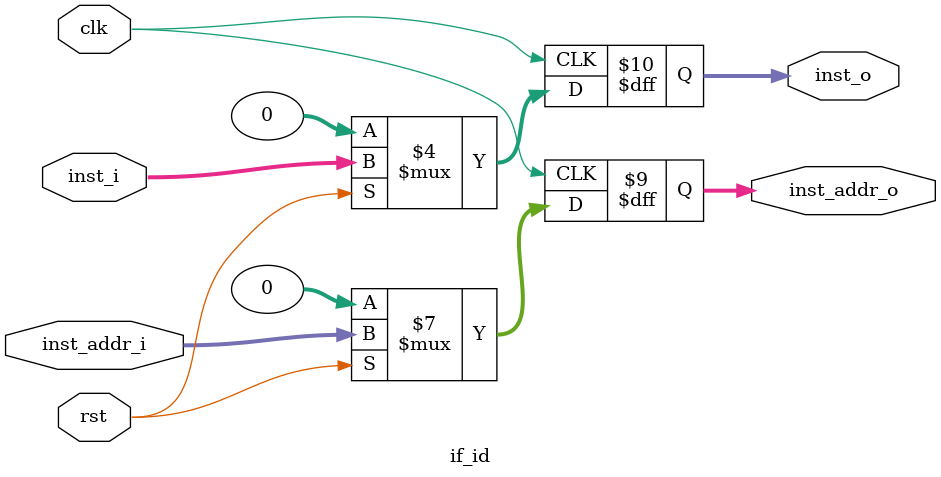
<source format=v>
`timescale 1ns / 1ps


module if_id(
    input clk,
    input rst,
    input [31:0] inst_addr_i,
    input [31:0] inst_i,
    output reg [31:0] inst_addr_o,
    output reg [31:0]  inst_o
    );
    
always@(posedge clk)
begin
    if (!rst) begin
        inst_addr_o <= 32'b0;
        inst_o <= 32'b0;
    end
    else begin
        inst_addr_o <= inst_addr_i;
        inst_o <= inst_i;
    end
end    
endmodule

</source>
